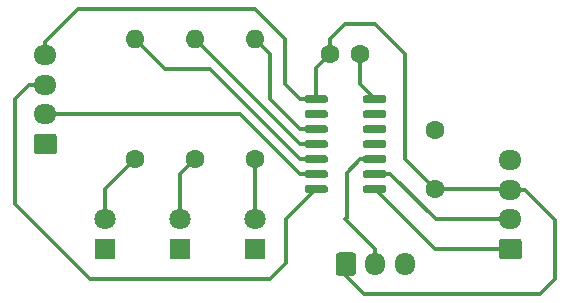
<source format=gbr>
G04 #@! TF.GenerationSoftware,KiCad,Pcbnew,(5.1.5)-3*
G04 #@! TF.CreationDate,2021-02-26T20:31:08+11:00*
G04 #@! TF.ProjectId,US_Board2,55535f42-6f61-4726-9432-2e6b69636164,rev?*
G04 #@! TF.SameCoordinates,Original*
G04 #@! TF.FileFunction,Copper,L1,Top*
G04 #@! TF.FilePolarity,Positive*
%FSLAX46Y46*%
G04 Gerber Fmt 4.6, Leading zero omitted, Abs format (unit mm)*
G04 Created by KiCad (PCBNEW (5.1.5)-3) date 2021-02-26 20:31:08*
%MOMM*%
%LPD*%
G04 APERTURE LIST*
%ADD10C,0.100000*%
%ADD11O,1.950000X1.700000*%
%ADD12C,1.600000*%
%ADD13O,1.600000X1.600000*%
%ADD14O,1.700000X1.950000*%
%ADD15R,1.800000X1.800000*%
%ADD16C,1.800000*%
%ADD17C,0.300000*%
G04 APERTURE END LIST*
G04 #@! TA.AperFunction,ComponentPad*
D10*
G36*
X164579504Y-90591204D02*
G01*
X164603773Y-90594804D01*
X164627571Y-90600765D01*
X164650671Y-90609030D01*
X164672849Y-90619520D01*
X164693893Y-90632133D01*
X164713598Y-90646747D01*
X164731777Y-90663223D01*
X164748253Y-90681402D01*
X164762867Y-90701107D01*
X164775480Y-90722151D01*
X164785970Y-90744329D01*
X164794235Y-90767429D01*
X164800196Y-90791227D01*
X164803796Y-90815496D01*
X164805000Y-90840000D01*
X164805000Y-92040000D01*
X164803796Y-92064504D01*
X164800196Y-92088773D01*
X164794235Y-92112571D01*
X164785970Y-92135671D01*
X164775480Y-92157849D01*
X164762867Y-92178893D01*
X164748253Y-92198598D01*
X164731777Y-92216777D01*
X164713598Y-92233253D01*
X164693893Y-92247867D01*
X164672849Y-92260480D01*
X164650671Y-92270970D01*
X164627571Y-92279235D01*
X164603773Y-92285196D01*
X164579504Y-92288796D01*
X164555000Y-92290000D01*
X163105000Y-92290000D01*
X163080496Y-92288796D01*
X163056227Y-92285196D01*
X163032429Y-92279235D01*
X163009329Y-92270970D01*
X162987151Y-92260480D01*
X162966107Y-92247867D01*
X162946402Y-92233253D01*
X162928223Y-92216777D01*
X162911747Y-92198598D01*
X162897133Y-92178893D01*
X162884520Y-92157849D01*
X162874030Y-92135671D01*
X162865765Y-92112571D01*
X162859804Y-92088773D01*
X162856204Y-92064504D01*
X162855000Y-92040000D01*
X162855000Y-90840000D01*
X162856204Y-90815496D01*
X162859804Y-90791227D01*
X162865765Y-90767429D01*
X162874030Y-90744329D01*
X162884520Y-90722151D01*
X162897133Y-90701107D01*
X162911747Y-90681402D01*
X162928223Y-90663223D01*
X162946402Y-90646747D01*
X162966107Y-90632133D01*
X162987151Y-90619520D01*
X163009329Y-90609030D01*
X163032429Y-90600765D01*
X163056227Y-90594804D01*
X163080496Y-90591204D01*
X163105000Y-90590000D01*
X164555000Y-90590000D01*
X164579504Y-90591204D01*
G37*
G04 #@! TD.AperFunction*
D11*
X163830000Y-88940000D03*
X163830000Y-86440000D03*
X163830000Y-83940000D03*
D12*
X137160000Y-83820000D03*
D13*
X137160000Y-73660000D03*
X142240000Y-73660000D03*
D12*
X142240000Y-83820000D03*
X132080000Y-83820000D03*
D13*
X132080000Y-73660000D03*
D12*
X157480000Y-86360000D03*
X157480000Y-81360000D03*
X148590000Y-74930000D03*
X151090000Y-74930000D03*
G04 #@! TA.AperFunction,ComponentPad*
D10*
G36*
X150524504Y-91736204D02*
G01*
X150548773Y-91739804D01*
X150572571Y-91745765D01*
X150595671Y-91754030D01*
X150617849Y-91764520D01*
X150638893Y-91777133D01*
X150658598Y-91791747D01*
X150676777Y-91808223D01*
X150693253Y-91826402D01*
X150707867Y-91846107D01*
X150720480Y-91867151D01*
X150730970Y-91889329D01*
X150739235Y-91912429D01*
X150745196Y-91936227D01*
X150748796Y-91960496D01*
X150750000Y-91985000D01*
X150750000Y-93435000D01*
X150748796Y-93459504D01*
X150745196Y-93483773D01*
X150739235Y-93507571D01*
X150730970Y-93530671D01*
X150720480Y-93552849D01*
X150707867Y-93573893D01*
X150693253Y-93593598D01*
X150676777Y-93611777D01*
X150658598Y-93628253D01*
X150638893Y-93642867D01*
X150617849Y-93655480D01*
X150595671Y-93665970D01*
X150572571Y-93674235D01*
X150548773Y-93680196D01*
X150524504Y-93683796D01*
X150500000Y-93685000D01*
X149300000Y-93685000D01*
X149275496Y-93683796D01*
X149251227Y-93680196D01*
X149227429Y-93674235D01*
X149204329Y-93665970D01*
X149182151Y-93655480D01*
X149161107Y-93642867D01*
X149141402Y-93628253D01*
X149123223Y-93611777D01*
X149106747Y-93593598D01*
X149092133Y-93573893D01*
X149079520Y-93552849D01*
X149069030Y-93530671D01*
X149060765Y-93507571D01*
X149054804Y-93483773D01*
X149051204Y-93459504D01*
X149050000Y-93435000D01*
X149050000Y-91985000D01*
X149051204Y-91960496D01*
X149054804Y-91936227D01*
X149060765Y-91912429D01*
X149069030Y-91889329D01*
X149079520Y-91867151D01*
X149092133Y-91846107D01*
X149106747Y-91826402D01*
X149123223Y-91808223D01*
X149141402Y-91791747D01*
X149161107Y-91777133D01*
X149182151Y-91764520D01*
X149204329Y-91754030D01*
X149227429Y-91745765D01*
X149251227Y-91739804D01*
X149275496Y-91736204D01*
X149300000Y-91735000D01*
X150500000Y-91735000D01*
X150524504Y-91736204D01*
G37*
G04 #@! TD.AperFunction*
D14*
X152400000Y-92710000D03*
X154900000Y-92710000D03*
D15*
X135890000Y-91440000D03*
D16*
X135890000Y-88900000D03*
D15*
X129540000Y-91440000D03*
D16*
X129540000Y-88900000D03*
X142240000Y-88900000D03*
D15*
X142240000Y-91440000D03*
G04 #@! TA.AperFunction,SMDPad,CuDef*
D10*
G36*
X148224703Y-78440722D02*
G01*
X148239264Y-78442882D01*
X148253543Y-78446459D01*
X148267403Y-78451418D01*
X148280710Y-78457712D01*
X148293336Y-78465280D01*
X148305159Y-78474048D01*
X148316066Y-78483934D01*
X148325952Y-78494841D01*
X148334720Y-78506664D01*
X148342288Y-78519290D01*
X148348582Y-78532597D01*
X148353541Y-78546457D01*
X148357118Y-78560736D01*
X148359278Y-78575297D01*
X148360000Y-78590000D01*
X148360000Y-78890000D01*
X148359278Y-78904703D01*
X148357118Y-78919264D01*
X148353541Y-78933543D01*
X148348582Y-78947403D01*
X148342288Y-78960710D01*
X148334720Y-78973336D01*
X148325952Y-78985159D01*
X148316066Y-78996066D01*
X148305159Y-79005952D01*
X148293336Y-79014720D01*
X148280710Y-79022288D01*
X148267403Y-79028582D01*
X148253543Y-79033541D01*
X148239264Y-79037118D01*
X148224703Y-79039278D01*
X148210000Y-79040000D01*
X146560000Y-79040000D01*
X146545297Y-79039278D01*
X146530736Y-79037118D01*
X146516457Y-79033541D01*
X146502597Y-79028582D01*
X146489290Y-79022288D01*
X146476664Y-79014720D01*
X146464841Y-79005952D01*
X146453934Y-78996066D01*
X146444048Y-78985159D01*
X146435280Y-78973336D01*
X146427712Y-78960710D01*
X146421418Y-78947403D01*
X146416459Y-78933543D01*
X146412882Y-78919264D01*
X146410722Y-78904703D01*
X146410000Y-78890000D01*
X146410000Y-78590000D01*
X146410722Y-78575297D01*
X146412882Y-78560736D01*
X146416459Y-78546457D01*
X146421418Y-78532597D01*
X146427712Y-78519290D01*
X146435280Y-78506664D01*
X146444048Y-78494841D01*
X146453934Y-78483934D01*
X146464841Y-78474048D01*
X146476664Y-78465280D01*
X146489290Y-78457712D01*
X146502597Y-78451418D01*
X146516457Y-78446459D01*
X146530736Y-78442882D01*
X146545297Y-78440722D01*
X146560000Y-78440000D01*
X148210000Y-78440000D01*
X148224703Y-78440722D01*
G37*
G04 #@! TD.AperFunction*
G04 #@! TA.AperFunction,SMDPad,CuDef*
G36*
X148224703Y-79710722D02*
G01*
X148239264Y-79712882D01*
X148253543Y-79716459D01*
X148267403Y-79721418D01*
X148280710Y-79727712D01*
X148293336Y-79735280D01*
X148305159Y-79744048D01*
X148316066Y-79753934D01*
X148325952Y-79764841D01*
X148334720Y-79776664D01*
X148342288Y-79789290D01*
X148348582Y-79802597D01*
X148353541Y-79816457D01*
X148357118Y-79830736D01*
X148359278Y-79845297D01*
X148360000Y-79860000D01*
X148360000Y-80160000D01*
X148359278Y-80174703D01*
X148357118Y-80189264D01*
X148353541Y-80203543D01*
X148348582Y-80217403D01*
X148342288Y-80230710D01*
X148334720Y-80243336D01*
X148325952Y-80255159D01*
X148316066Y-80266066D01*
X148305159Y-80275952D01*
X148293336Y-80284720D01*
X148280710Y-80292288D01*
X148267403Y-80298582D01*
X148253543Y-80303541D01*
X148239264Y-80307118D01*
X148224703Y-80309278D01*
X148210000Y-80310000D01*
X146560000Y-80310000D01*
X146545297Y-80309278D01*
X146530736Y-80307118D01*
X146516457Y-80303541D01*
X146502597Y-80298582D01*
X146489290Y-80292288D01*
X146476664Y-80284720D01*
X146464841Y-80275952D01*
X146453934Y-80266066D01*
X146444048Y-80255159D01*
X146435280Y-80243336D01*
X146427712Y-80230710D01*
X146421418Y-80217403D01*
X146416459Y-80203543D01*
X146412882Y-80189264D01*
X146410722Y-80174703D01*
X146410000Y-80160000D01*
X146410000Y-79860000D01*
X146410722Y-79845297D01*
X146412882Y-79830736D01*
X146416459Y-79816457D01*
X146421418Y-79802597D01*
X146427712Y-79789290D01*
X146435280Y-79776664D01*
X146444048Y-79764841D01*
X146453934Y-79753934D01*
X146464841Y-79744048D01*
X146476664Y-79735280D01*
X146489290Y-79727712D01*
X146502597Y-79721418D01*
X146516457Y-79716459D01*
X146530736Y-79712882D01*
X146545297Y-79710722D01*
X146560000Y-79710000D01*
X148210000Y-79710000D01*
X148224703Y-79710722D01*
G37*
G04 #@! TD.AperFunction*
G04 #@! TA.AperFunction,SMDPad,CuDef*
G36*
X148224703Y-80980722D02*
G01*
X148239264Y-80982882D01*
X148253543Y-80986459D01*
X148267403Y-80991418D01*
X148280710Y-80997712D01*
X148293336Y-81005280D01*
X148305159Y-81014048D01*
X148316066Y-81023934D01*
X148325952Y-81034841D01*
X148334720Y-81046664D01*
X148342288Y-81059290D01*
X148348582Y-81072597D01*
X148353541Y-81086457D01*
X148357118Y-81100736D01*
X148359278Y-81115297D01*
X148360000Y-81130000D01*
X148360000Y-81430000D01*
X148359278Y-81444703D01*
X148357118Y-81459264D01*
X148353541Y-81473543D01*
X148348582Y-81487403D01*
X148342288Y-81500710D01*
X148334720Y-81513336D01*
X148325952Y-81525159D01*
X148316066Y-81536066D01*
X148305159Y-81545952D01*
X148293336Y-81554720D01*
X148280710Y-81562288D01*
X148267403Y-81568582D01*
X148253543Y-81573541D01*
X148239264Y-81577118D01*
X148224703Y-81579278D01*
X148210000Y-81580000D01*
X146560000Y-81580000D01*
X146545297Y-81579278D01*
X146530736Y-81577118D01*
X146516457Y-81573541D01*
X146502597Y-81568582D01*
X146489290Y-81562288D01*
X146476664Y-81554720D01*
X146464841Y-81545952D01*
X146453934Y-81536066D01*
X146444048Y-81525159D01*
X146435280Y-81513336D01*
X146427712Y-81500710D01*
X146421418Y-81487403D01*
X146416459Y-81473543D01*
X146412882Y-81459264D01*
X146410722Y-81444703D01*
X146410000Y-81430000D01*
X146410000Y-81130000D01*
X146410722Y-81115297D01*
X146412882Y-81100736D01*
X146416459Y-81086457D01*
X146421418Y-81072597D01*
X146427712Y-81059290D01*
X146435280Y-81046664D01*
X146444048Y-81034841D01*
X146453934Y-81023934D01*
X146464841Y-81014048D01*
X146476664Y-81005280D01*
X146489290Y-80997712D01*
X146502597Y-80991418D01*
X146516457Y-80986459D01*
X146530736Y-80982882D01*
X146545297Y-80980722D01*
X146560000Y-80980000D01*
X148210000Y-80980000D01*
X148224703Y-80980722D01*
G37*
G04 #@! TD.AperFunction*
G04 #@! TA.AperFunction,SMDPad,CuDef*
G36*
X148224703Y-82250722D02*
G01*
X148239264Y-82252882D01*
X148253543Y-82256459D01*
X148267403Y-82261418D01*
X148280710Y-82267712D01*
X148293336Y-82275280D01*
X148305159Y-82284048D01*
X148316066Y-82293934D01*
X148325952Y-82304841D01*
X148334720Y-82316664D01*
X148342288Y-82329290D01*
X148348582Y-82342597D01*
X148353541Y-82356457D01*
X148357118Y-82370736D01*
X148359278Y-82385297D01*
X148360000Y-82400000D01*
X148360000Y-82700000D01*
X148359278Y-82714703D01*
X148357118Y-82729264D01*
X148353541Y-82743543D01*
X148348582Y-82757403D01*
X148342288Y-82770710D01*
X148334720Y-82783336D01*
X148325952Y-82795159D01*
X148316066Y-82806066D01*
X148305159Y-82815952D01*
X148293336Y-82824720D01*
X148280710Y-82832288D01*
X148267403Y-82838582D01*
X148253543Y-82843541D01*
X148239264Y-82847118D01*
X148224703Y-82849278D01*
X148210000Y-82850000D01*
X146560000Y-82850000D01*
X146545297Y-82849278D01*
X146530736Y-82847118D01*
X146516457Y-82843541D01*
X146502597Y-82838582D01*
X146489290Y-82832288D01*
X146476664Y-82824720D01*
X146464841Y-82815952D01*
X146453934Y-82806066D01*
X146444048Y-82795159D01*
X146435280Y-82783336D01*
X146427712Y-82770710D01*
X146421418Y-82757403D01*
X146416459Y-82743543D01*
X146412882Y-82729264D01*
X146410722Y-82714703D01*
X146410000Y-82700000D01*
X146410000Y-82400000D01*
X146410722Y-82385297D01*
X146412882Y-82370736D01*
X146416459Y-82356457D01*
X146421418Y-82342597D01*
X146427712Y-82329290D01*
X146435280Y-82316664D01*
X146444048Y-82304841D01*
X146453934Y-82293934D01*
X146464841Y-82284048D01*
X146476664Y-82275280D01*
X146489290Y-82267712D01*
X146502597Y-82261418D01*
X146516457Y-82256459D01*
X146530736Y-82252882D01*
X146545297Y-82250722D01*
X146560000Y-82250000D01*
X148210000Y-82250000D01*
X148224703Y-82250722D01*
G37*
G04 #@! TD.AperFunction*
G04 #@! TA.AperFunction,SMDPad,CuDef*
G36*
X148224703Y-83520722D02*
G01*
X148239264Y-83522882D01*
X148253543Y-83526459D01*
X148267403Y-83531418D01*
X148280710Y-83537712D01*
X148293336Y-83545280D01*
X148305159Y-83554048D01*
X148316066Y-83563934D01*
X148325952Y-83574841D01*
X148334720Y-83586664D01*
X148342288Y-83599290D01*
X148348582Y-83612597D01*
X148353541Y-83626457D01*
X148357118Y-83640736D01*
X148359278Y-83655297D01*
X148360000Y-83670000D01*
X148360000Y-83970000D01*
X148359278Y-83984703D01*
X148357118Y-83999264D01*
X148353541Y-84013543D01*
X148348582Y-84027403D01*
X148342288Y-84040710D01*
X148334720Y-84053336D01*
X148325952Y-84065159D01*
X148316066Y-84076066D01*
X148305159Y-84085952D01*
X148293336Y-84094720D01*
X148280710Y-84102288D01*
X148267403Y-84108582D01*
X148253543Y-84113541D01*
X148239264Y-84117118D01*
X148224703Y-84119278D01*
X148210000Y-84120000D01*
X146560000Y-84120000D01*
X146545297Y-84119278D01*
X146530736Y-84117118D01*
X146516457Y-84113541D01*
X146502597Y-84108582D01*
X146489290Y-84102288D01*
X146476664Y-84094720D01*
X146464841Y-84085952D01*
X146453934Y-84076066D01*
X146444048Y-84065159D01*
X146435280Y-84053336D01*
X146427712Y-84040710D01*
X146421418Y-84027403D01*
X146416459Y-84013543D01*
X146412882Y-83999264D01*
X146410722Y-83984703D01*
X146410000Y-83970000D01*
X146410000Y-83670000D01*
X146410722Y-83655297D01*
X146412882Y-83640736D01*
X146416459Y-83626457D01*
X146421418Y-83612597D01*
X146427712Y-83599290D01*
X146435280Y-83586664D01*
X146444048Y-83574841D01*
X146453934Y-83563934D01*
X146464841Y-83554048D01*
X146476664Y-83545280D01*
X146489290Y-83537712D01*
X146502597Y-83531418D01*
X146516457Y-83526459D01*
X146530736Y-83522882D01*
X146545297Y-83520722D01*
X146560000Y-83520000D01*
X148210000Y-83520000D01*
X148224703Y-83520722D01*
G37*
G04 #@! TD.AperFunction*
G04 #@! TA.AperFunction,SMDPad,CuDef*
G36*
X148224703Y-84790722D02*
G01*
X148239264Y-84792882D01*
X148253543Y-84796459D01*
X148267403Y-84801418D01*
X148280710Y-84807712D01*
X148293336Y-84815280D01*
X148305159Y-84824048D01*
X148316066Y-84833934D01*
X148325952Y-84844841D01*
X148334720Y-84856664D01*
X148342288Y-84869290D01*
X148348582Y-84882597D01*
X148353541Y-84896457D01*
X148357118Y-84910736D01*
X148359278Y-84925297D01*
X148360000Y-84940000D01*
X148360000Y-85240000D01*
X148359278Y-85254703D01*
X148357118Y-85269264D01*
X148353541Y-85283543D01*
X148348582Y-85297403D01*
X148342288Y-85310710D01*
X148334720Y-85323336D01*
X148325952Y-85335159D01*
X148316066Y-85346066D01*
X148305159Y-85355952D01*
X148293336Y-85364720D01*
X148280710Y-85372288D01*
X148267403Y-85378582D01*
X148253543Y-85383541D01*
X148239264Y-85387118D01*
X148224703Y-85389278D01*
X148210000Y-85390000D01*
X146560000Y-85390000D01*
X146545297Y-85389278D01*
X146530736Y-85387118D01*
X146516457Y-85383541D01*
X146502597Y-85378582D01*
X146489290Y-85372288D01*
X146476664Y-85364720D01*
X146464841Y-85355952D01*
X146453934Y-85346066D01*
X146444048Y-85335159D01*
X146435280Y-85323336D01*
X146427712Y-85310710D01*
X146421418Y-85297403D01*
X146416459Y-85283543D01*
X146412882Y-85269264D01*
X146410722Y-85254703D01*
X146410000Y-85240000D01*
X146410000Y-84940000D01*
X146410722Y-84925297D01*
X146412882Y-84910736D01*
X146416459Y-84896457D01*
X146421418Y-84882597D01*
X146427712Y-84869290D01*
X146435280Y-84856664D01*
X146444048Y-84844841D01*
X146453934Y-84833934D01*
X146464841Y-84824048D01*
X146476664Y-84815280D01*
X146489290Y-84807712D01*
X146502597Y-84801418D01*
X146516457Y-84796459D01*
X146530736Y-84792882D01*
X146545297Y-84790722D01*
X146560000Y-84790000D01*
X148210000Y-84790000D01*
X148224703Y-84790722D01*
G37*
G04 #@! TD.AperFunction*
G04 #@! TA.AperFunction,SMDPad,CuDef*
G36*
X148224703Y-86060722D02*
G01*
X148239264Y-86062882D01*
X148253543Y-86066459D01*
X148267403Y-86071418D01*
X148280710Y-86077712D01*
X148293336Y-86085280D01*
X148305159Y-86094048D01*
X148316066Y-86103934D01*
X148325952Y-86114841D01*
X148334720Y-86126664D01*
X148342288Y-86139290D01*
X148348582Y-86152597D01*
X148353541Y-86166457D01*
X148357118Y-86180736D01*
X148359278Y-86195297D01*
X148360000Y-86210000D01*
X148360000Y-86510000D01*
X148359278Y-86524703D01*
X148357118Y-86539264D01*
X148353541Y-86553543D01*
X148348582Y-86567403D01*
X148342288Y-86580710D01*
X148334720Y-86593336D01*
X148325952Y-86605159D01*
X148316066Y-86616066D01*
X148305159Y-86625952D01*
X148293336Y-86634720D01*
X148280710Y-86642288D01*
X148267403Y-86648582D01*
X148253543Y-86653541D01*
X148239264Y-86657118D01*
X148224703Y-86659278D01*
X148210000Y-86660000D01*
X146560000Y-86660000D01*
X146545297Y-86659278D01*
X146530736Y-86657118D01*
X146516457Y-86653541D01*
X146502597Y-86648582D01*
X146489290Y-86642288D01*
X146476664Y-86634720D01*
X146464841Y-86625952D01*
X146453934Y-86616066D01*
X146444048Y-86605159D01*
X146435280Y-86593336D01*
X146427712Y-86580710D01*
X146421418Y-86567403D01*
X146416459Y-86553543D01*
X146412882Y-86539264D01*
X146410722Y-86524703D01*
X146410000Y-86510000D01*
X146410000Y-86210000D01*
X146410722Y-86195297D01*
X146412882Y-86180736D01*
X146416459Y-86166457D01*
X146421418Y-86152597D01*
X146427712Y-86139290D01*
X146435280Y-86126664D01*
X146444048Y-86114841D01*
X146453934Y-86103934D01*
X146464841Y-86094048D01*
X146476664Y-86085280D01*
X146489290Y-86077712D01*
X146502597Y-86071418D01*
X146516457Y-86066459D01*
X146530736Y-86062882D01*
X146545297Y-86060722D01*
X146560000Y-86060000D01*
X148210000Y-86060000D01*
X148224703Y-86060722D01*
G37*
G04 #@! TD.AperFunction*
G04 #@! TA.AperFunction,SMDPad,CuDef*
G36*
X153174703Y-86060722D02*
G01*
X153189264Y-86062882D01*
X153203543Y-86066459D01*
X153217403Y-86071418D01*
X153230710Y-86077712D01*
X153243336Y-86085280D01*
X153255159Y-86094048D01*
X153266066Y-86103934D01*
X153275952Y-86114841D01*
X153284720Y-86126664D01*
X153292288Y-86139290D01*
X153298582Y-86152597D01*
X153303541Y-86166457D01*
X153307118Y-86180736D01*
X153309278Y-86195297D01*
X153310000Y-86210000D01*
X153310000Y-86510000D01*
X153309278Y-86524703D01*
X153307118Y-86539264D01*
X153303541Y-86553543D01*
X153298582Y-86567403D01*
X153292288Y-86580710D01*
X153284720Y-86593336D01*
X153275952Y-86605159D01*
X153266066Y-86616066D01*
X153255159Y-86625952D01*
X153243336Y-86634720D01*
X153230710Y-86642288D01*
X153217403Y-86648582D01*
X153203543Y-86653541D01*
X153189264Y-86657118D01*
X153174703Y-86659278D01*
X153160000Y-86660000D01*
X151510000Y-86660000D01*
X151495297Y-86659278D01*
X151480736Y-86657118D01*
X151466457Y-86653541D01*
X151452597Y-86648582D01*
X151439290Y-86642288D01*
X151426664Y-86634720D01*
X151414841Y-86625952D01*
X151403934Y-86616066D01*
X151394048Y-86605159D01*
X151385280Y-86593336D01*
X151377712Y-86580710D01*
X151371418Y-86567403D01*
X151366459Y-86553543D01*
X151362882Y-86539264D01*
X151360722Y-86524703D01*
X151360000Y-86510000D01*
X151360000Y-86210000D01*
X151360722Y-86195297D01*
X151362882Y-86180736D01*
X151366459Y-86166457D01*
X151371418Y-86152597D01*
X151377712Y-86139290D01*
X151385280Y-86126664D01*
X151394048Y-86114841D01*
X151403934Y-86103934D01*
X151414841Y-86094048D01*
X151426664Y-86085280D01*
X151439290Y-86077712D01*
X151452597Y-86071418D01*
X151466457Y-86066459D01*
X151480736Y-86062882D01*
X151495297Y-86060722D01*
X151510000Y-86060000D01*
X153160000Y-86060000D01*
X153174703Y-86060722D01*
G37*
G04 #@! TD.AperFunction*
G04 #@! TA.AperFunction,SMDPad,CuDef*
G36*
X153174703Y-84790722D02*
G01*
X153189264Y-84792882D01*
X153203543Y-84796459D01*
X153217403Y-84801418D01*
X153230710Y-84807712D01*
X153243336Y-84815280D01*
X153255159Y-84824048D01*
X153266066Y-84833934D01*
X153275952Y-84844841D01*
X153284720Y-84856664D01*
X153292288Y-84869290D01*
X153298582Y-84882597D01*
X153303541Y-84896457D01*
X153307118Y-84910736D01*
X153309278Y-84925297D01*
X153310000Y-84940000D01*
X153310000Y-85240000D01*
X153309278Y-85254703D01*
X153307118Y-85269264D01*
X153303541Y-85283543D01*
X153298582Y-85297403D01*
X153292288Y-85310710D01*
X153284720Y-85323336D01*
X153275952Y-85335159D01*
X153266066Y-85346066D01*
X153255159Y-85355952D01*
X153243336Y-85364720D01*
X153230710Y-85372288D01*
X153217403Y-85378582D01*
X153203543Y-85383541D01*
X153189264Y-85387118D01*
X153174703Y-85389278D01*
X153160000Y-85390000D01*
X151510000Y-85390000D01*
X151495297Y-85389278D01*
X151480736Y-85387118D01*
X151466457Y-85383541D01*
X151452597Y-85378582D01*
X151439290Y-85372288D01*
X151426664Y-85364720D01*
X151414841Y-85355952D01*
X151403934Y-85346066D01*
X151394048Y-85335159D01*
X151385280Y-85323336D01*
X151377712Y-85310710D01*
X151371418Y-85297403D01*
X151366459Y-85283543D01*
X151362882Y-85269264D01*
X151360722Y-85254703D01*
X151360000Y-85240000D01*
X151360000Y-84940000D01*
X151360722Y-84925297D01*
X151362882Y-84910736D01*
X151366459Y-84896457D01*
X151371418Y-84882597D01*
X151377712Y-84869290D01*
X151385280Y-84856664D01*
X151394048Y-84844841D01*
X151403934Y-84833934D01*
X151414841Y-84824048D01*
X151426664Y-84815280D01*
X151439290Y-84807712D01*
X151452597Y-84801418D01*
X151466457Y-84796459D01*
X151480736Y-84792882D01*
X151495297Y-84790722D01*
X151510000Y-84790000D01*
X153160000Y-84790000D01*
X153174703Y-84790722D01*
G37*
G04 #@! TD.AperFunction*
G04 #@! TA.AperFunction,SMDPad,CuDef*
G36*
X153174703Y-83520722D02*
G01*
X153189264Y-83522882D01*
X153203543Y-83526459D01*
X153217403Y-83531418D01*
X153230710Y-83537712D01*
X153243336Y-83545280D01*
X153255159Y-83554048D01*
X153266066Y-83563934D01*
X153275952Y-83574841D01*
X153284720Y-83586664D01*
X153292288Y-83599290D01*
X153298582Y-83612597D01*
X153303541Y-83626457D01*
X153307118Y-83640736D01*
X153309278Y-83655297D01*
X153310000Y-83670000D01*
X153310000Y-83970000D01*
X153309278Y-83984703D01*
X153307118Y-83999264D01*
X153303541Y-84013543D01*
X153298582Y-84027403D01*
X153292288Y-84040710D01*
X153284720Y-84053336D01*
X153275952Y-84065159D01*
X153266066Y-84076066D01*
X153255159Y-84085952D01*
X153243336Y-84094720D01*
X153230710Y-84102288D01*
X153217403Y-84108582D01*
X153203543Y-84113541D01*
X153189264Y-84117118D01*
X153174703Y-84119278D01*
X153160000Y-84120000D01*
X151510000Y-84120000D01*
X151495297Y-84119278D01*
X151480736Y-84117118D01*
X151466457Y-84113541D01*
X151452597Y-84108582D01*
X151439290Y-84102288D01*
X151426664Y-84094720D01*
X151414841Y-84085952D01*
X151403934Y-84076066D01*
X151394048Y-84065159D01*
X151385280Y-84053336D01*
X151377712Y-84040710D01*
X151371418Y-84027403D01*
X151366459Y-84013543D01*
X151362882Y-83999264D01*
X151360722Y-83984703D01*
X151360000Y-83970000D01*
X151360000Y-83670000D01*
X151360722Y-83655297D01*
X151362882Y-83640736D01*
X151366459Y-83626457D01*
X151371418Y-83612597D01*
X151377712Y-83599290D01*
X151385280Y-83586664D01*
X151394048Y-83574841D01*
X151403934Y-83563934D01*
X151414841Y-83554048D01*
X151426664Y-83545280D01*
X151439290Y-83537712D01*
X151452597Y-83531418D01*
X151466457Y-83526459D01*
X151480736Y-83522882D01*
X151495297Y-83520722D01*
X151510000Y-83520000D01*
X153160000Y-83520000D01*
X153174703Y-83520722D01*
G37*
G04 #@! TD.AperFunction*
G04 #@! TA.AperFunction,SMDPad,CuDef*
G36*
X153174703Y-82250722D02*
G01*
X153189264Y-82252882D01*
X153203543Y-82256459D01*
X153217403Y-82261418D01*
X153230710Y-82267712D01*
X153243336Y-82275280D01*
X153255159Y-82284048D01*
X153266066Y-82293934D01*
X153275952Y-82304841D01*
X153284720Y-82316664D01*
X153292288Y-82329290D01*
X153298582Y-82342597D01*
X153303541Y-82356457D01*
X153307118Y-82370736D01*
X153309278Y-82385297D01*
X153310000Y-82400000D01*
X153310000Y-82700000D01*
X153309278Y-82714703D01*
X153307118Y-82729264D01*
X153303541Y-82743543D01*
X153298582Y-82757403D01*
X153292288Y-82770710D01*
X153284720Y-82783336D01*
X153275952Y-82795159D01*
X153266066Y-82806066D01*
X153255159Y-82815952D01*
X153243336Y-82824720D01*
X153230710Y-82832288D01*
X153217403Y-82838582D01*
X153203543Y-82843541D01*
X153189264Y-82847118D01*
X153174703Y-82849278D01*
X153160000Y-82850000D01*
X151510000Y-82850000D01*
X151495297Y-82849278D01*
X151480736Y-82847118D01*
X151466457Y-82843541D01*
X151452597Y-82838582D01*
X151439290Y-82832288D01*
X151426664Y-82824720D01*
X151414841Y-82815952D01*
X151403934Y-82806066D01*
X151394048Y-82795159D01*
X151385280Y-82783336D01*
X151377712Y-82770710D01*
X151371418Y-82757403D01*
X151366459Y-82743543D01*
X151362882Y-82729264D01*
X151360722Y-82714703D01*
X151360000Y-82700000D01*
X151360000Y-82400000D01*
X151360722Y-82385297D01*
X151362882Y-82370736D01*
X151366459Y-82356457D01*
X151371418Y-82342597D01*
X151377712Y-82329290D01*
X151385280Y-82316664D01*
X151394048Y-82304841D01*
X151403934Y-82293934D01*
X151414841Y-82284048D01*
X151426664Y-82275280D01*
X151439290Y-82267712D01*
X151452597Y-82261418D01*
X151466457Y-82256459D01*
X151480736Y-82252882D01*
X151495297Y-82250722D01*
X151510000Y-82250000D01*
X153160000Y-82250000D01*
X153174703Y-82250722D01*
G37*
G04 #@! TD.AperFunction*
G04 #@! TA.AperFunction,SMDPad,CuDef*
G36*
X153174703Y-80980722D02*
G01*
X153189264Y-80982882D01*
X153203543Y-80986459D01*
X153217403Y-80991418D01*
X153230710Y-80997712D01*
X153243336Y-81005280D01*
X153255159Y-81014048D01*
X153266066Y-81023934D01*
X153275952Y-81034841D01*
X153284720Y-81046664D01*
X153292288Y-81059290D01*
X153298582Y-81072597D01*
X153303541Y-81086457D01*
X153307118Y-81100736D01*
X153309278Y-81115297D01*
X153310000Y-81130000D01*
X153310000Y-81430000D01*
X153309278Y-81444703D01*
X153307118Y-81459264D01*
X153303541Y-81473543D01*
X153298582Y-81487403D01*
X153292288Y-81500710D01*
X153284720Y-81513336D01*
X153275952Y-81525159D01*
X153266066Y-81536066D01*
X153255159Y-81545952D01*
X153243336Y-81554720D01*
X153230710Y-81562288D01*
X153217403Y-81568582D01*
X153203543Y-81573541D01*
X153189264Y-81577118D01*
X153174703Y-81579278D01*
X153160000Y-81580000D01*
X151510000Y-81580000D01*
X151495297Y-81579278D01*
X151480736Y-81577118D01*
X151466457Y-81573541D01*
X151452597Y-81568582D01*
X151439290Y-81562288D01*
X151426664Y-81554720D01*
X151414841Y-81545952D01*
X151403934Y-81536066D01*
X151394048Y-81525159D01*
X151385280Y-81513336D01*
X151377712Y-81500710D01*
X151371418Y-81487403D01*
X151366459Y-81473543D01*
X151362882Y-81459264D01*
X151360722Y-81444703D01*
X151360000Y-81430000D01*
X151360000Y-81130000D01*
X151360722Y-81115297D01*
X151362882Y-81100736D01*
X151366459Y-81086457D01*
X151371418Y-81072597D01*
X151377712Y-81059290D01*
X151385280Y-81046664D01*
X151394048Y-81034841D01*
X151403934Y-81023934D01*
X151414841Y-81014048D01*
X151426664Y-81005280D01*
X151439290Y-80997712D01*
X151452597Y-80991418D01*
X151466457Y-80986459D01*
X151480736Y-80982882D01*
X151495297Y-80980722D01*
X151510000Y-80980000D01*
X153160000Y-80980000D01*
X153174703Y-80980722D01*
G37*
G04 #@! TD.AperFunction*
G04 #@! TA.AperFunction,SMDPad,CuDef*
G36*
X153174703Y-79710722D02*
G01*
X153189264Y-79712882D01*
X153203543Y-79716459D01*
X153217403Y-79721418D01*
X153230710Y-79727712D01*
X153243336Y-79735280D01*
X153255159Y-79744048D01*
X153266066Y-79753934D01*
X153275952Y-79764841D01*
X153284720Y-79776664D01*
X153292288Y-79789290D01*
X153298582Y-79802597D01*
X153303541Y-79816457D01*
X153307118Y-79830736D01*
X153309278Y-79845297D01*
X153310000Y-79860000D01*
X153310000Y-80160000D01*
X153309278Y-80174703D01*
X153307118Y-80189264D01*
X153303541Y-80203543D01*
X153298582Y-80217403D01*
X153292288Y-80230710D01*
X153284720Y-80243336D01*
X153275952Y-80255159D01*
X153266066Y-80266066D01*
X153255159Y-80275952D01*
X153243336Y-80284720D01*
X153230710Y-80292288D01*
X153217403Y-80298582D01*
X153203543Y-80303541D01*
X153189264Y-80307118D01*
X153174703Y-80309278D01*
X153160000Y-80310000D01*
X151510000Y-80310000D01*
X151495297Y-80309278D01*
X151480736Y-80307118D01*
X151466457Y-80303541D01*
X151452597Y-80298582D01*
X151439290Y-80292288D01*
X151426664Y-80284720D01*
X151414841Y-80275952D01*
X151403934Y-80266066D01*
X151394048Y-80255159D01*
X151385280Y-80243336D01*
X151377712Y-80230710D01*
X151371418Y-80217403D01*
X151366459Y-80203543D01*
X151362882Y-80189264D01*
X151360722Y-80174703D01*
X151360000Y-80160000D01*
X151360000Y-79860000D01*
X151360722Y-79845297D01*
X151362882Y-79830736D01*
X151366459Y-79816457D01*
X151371418Y-79802597D01*
X151377712Y-79789290D01*
X151385280Y-79776664D01*
X151394048Y-79764841D01*
X151403934Y-79753934D01*
X151414841Y-79744048D01*
X151426664Y-79735280D01*
X151439290Y-79727712D01*
X151452597Y-79721418D01*
X151466457Y-79716459D01*
X151480736Y-79712882D01*
X151495297Y-79710722D01*
X151510000Y-79710000D01*
X153160000Y-79710000D01*
X153174703Y-79710722D01*
G37*
G04 #@! TD.AperFunction*
G04 #@! TA.AperFunction,SMDPad,CuDef*
G36*
X153174703Y-78440722D02*
G01*
X153189264Y-78442882D01*
X153203543Y-78446459D01*
X153217403Y-78451418D01*
X153230710Y-78457712D01*
X153243336Y-78465280D01*
X153255159Y-78474048D01*
X153266066Y-78483934D01*
X153275952Y-78494841D01*
X153284720Y-78506664D01*
X153292288Y-78519290D01*
X153298582Y-78532597D01*
X153303541Y-78546457D01*
X153307118Y-78560736D01*
X153309278Y-78575297D01*
X153310000Y-78590000D01*
X153310000Y-78890000D01*
X153309278Y-78904703D01*
X153307118Y-78919264D01*
X153303541Y-78933543D01*
X153298582Y-78947403D01*
X153292288Y-78960710D01*
X153284720Y-78973336D01*
X153275952Y-78985159D01*
X153266066Y-78996066D01*
X153255159Y-79005952D01*
X153243336Y-79014720D01*
X153230710Y-79022288D01*
X153217403Y-79028582D01*
X153203543Y-79033541D01*
X153189264Y-79037118D01*
X153174703Y-79039278D01*
X153160000Y-79040000D01*
X151510000Y-79040000D01*
X151495297Y-79039278D01*
X151480736Y-79037118D01*
X151466457Y-79033541D01*
X151452597Y-79028582D01*
X151439290Y-79022288D01*
X151426664Y-79014720D01*
X151414841Y-79005952D01*
X151403934Y-78996066D01*
X151394048Y-78985159D01*
X151385280Y-78973336D01*
X151377712Y-78960710D01*
X151371418Y-78947403D01*
X151366459Y-78933543D01*
X151362882Y-78919264D01*
X151360722Y-78904703D01*
X151360000Y-78890000D01*
X151360000Y-78590000D01*
X151360722Y-78575297D01*
X151362882Y-78560736D01*
X151366459Y-78546457D01*
X151371418Y-78532597D01*
X151377712Y-78519290D01*
X151385280Y-78506664D01*
X151394048Y-78494841D01*
X151403934Y-78483934D01*
X151414841Y-78474048D01*
X151426664Y-78465280D01*
X151439290Y-78457712D01*
X151452597Y-78451418D01*
X151466457Y-78446459D01*
X151480736Y-78442882D01*
X151495297Y-78440722D01*
X151510000Y-78440000D01*
X153160000Y-78440000D01*
X153174703Y-78440722D01*
G37*
G04 #@! TD.AperFunction*
D11*
X124460000Y-75050000D03*
X124460000Y-77550000D03*
X124460000Y-80050000D03*
G04 #@! TA.AperFunction,ComponentPad*
D10*
G36*
X125209504Y-81701204D02*
G01*
X125233773Y-81704804D01*
X125257571Y-81710765D01*
X125280671Y-81719030D01*
X125302849Y-81729520D01*
X125323893Y-81742133D01*
X125343598Y-81756747D01*
X125361777Y-81773223D01*
X125378253Y-81791402D01*
X125392867Y-81811107D01*
X125405480Y-81832151D01*
X125415970Y-81854329D01*
X125424235Y-81877429D01*
X125430196Y-81901227D01*
X125433796Y-81925496D01*
X125435000Y-81950000D01*
X125435000Y-83150000D01*
X125433796Y-83174504D01*
X125430196Y-83198773D01*
X125424235Y-83222571D01*
X125415970Y-83245671D01*
X125405480Y-83267849D01*
X125392867Y-83288893D01*
X125378253Y-83308598D01*
X125361777Y-83326777D01*
X125343598Y-83343253D01*
X125323893Y-83357867D01*
X125302849Y-83370480D01*
X125280671Y-83380970D01*
X125257571Y-83389235D01*
X125233773Y-83395196D01*
X125209504Y-83398796D01*
X125185000Y-83400000D01*
X123735000Y-83400000D01*
X123710496Y-83398796D01*
X123686227Y-83395196D01*
X123662429Y-83389235D01*
X123639329Y-83380970D01*
X123617151Y-83370480D01*
X123596107Y-83357867D01*
X123576402Y-83343253D01*
X123558223Y-83326777D01*
X123541747Y-83308598D01*
X123527133Y-83288893D01*
X123514520Y-83267849D01*
X123504030Y-83245671D01*
X123495765Y-83222571D01*
X123489804Y-83198773D01*
X123486204Y-83174504D01*
X123485000Y-83150000D01*
X123485000Y-81950000D01*
X123486204Y-81925496D01*
X123489804Y-81901227D01*
X123495765Y-81877429D01*
X123504030Y-81854329D01*
X123514520Y-81832151D01*
X123527133Y-81811107D01*
X123541747Y-81791402D01*
X123558223Y-81773223D01*
X123576402Y-81756747D01*
X123596107Y-81742133D01*
X123617151Y-81729520D01*
X123639329Y-81719030D01*
X123662429Y-81710765D01*
X123686227Y-81704804D01*
X123710496Y-81701204D01*
X123735000Y-81700000D01*
X125185000Y-81700000D01*
X125209504Y-81701204D01*
G37*
G04 #@! TD.AperFunction*
D17*
X135890000Y-85090000D02*
X137160000Y-83820000D01*
X135890000Y-88900000D02*
X135890000Y-85090000D01*
X142240000Y-78740000D02*
X137160000Y-73660000D01*
X147385000Y-82550000D02*
X146050000Y-82550000D01*
X146050000Y-82550000D02*
X142240000Y-78740000D01*
X143510000Y-74930000D02*
X142240000Y-73660000D01*
X147385000Y-81280000D02*
X146050000Y-81280000D01*
X146050000Y-81280000D02*
X144780000Y-80010000D01*
X144780000Y-80010000D02*
X143510000Y-78740000D01*
X143510000Y-78740000D02*
X143510000Y-74930000D01*
X142240000Y-88900000D02*
X142240000Y-83820000D01*
X152335000Y-86360000D02*
X157415000Y-91440000D01*
X157415000Y-91440000D02*
X163830000Y-91440000D01*
X157520000Y-88940000D02*
X163830000Y-88940000D01*
X152335000Y-85090000D02*
X153670000Y-85090000D01*
X153670000Y-85090000D02*
X157520000Y-88940000D01*
X151090000Y-77495000D02*
X152335000Y-78740000D01*
X151090000Y-74930000D02*
X151090000Y-77495000D01*
X124460000Y-73900000D02*
X127240000Y-71120000D01*
X124460000Y-75050000D02*
X124460000Y-73900000D01*
X127240000Y-71120000D02*
X142240000Y-71120000D01*
X142240000Y-71120000D02*
X144780000Y-73660000D01*
X144780000Y-73660000D02*
X144780000Y-77470000D01*
X144780000Y-77470000D02*
X146050000Y-78740000D01*
X146050000Y-78740000D02*
X147385000Y-78740000D01*
X147385000Y-76135000D02*
X148590000Y-74930000D01*
X147385000Y-78740000D02*
X147385000Y-76135000D01*
X154940000Y-83820000D02*
X157480000Y-86360000D01*
X148590000Y-74930000D02*
X148590000Y-73660000D01*
X149860000Y-72390000D02*
X152400000Y-72390000D01*
X152400000Y-72390000D02*
X154940000Y-74930000D01*
X148590000Y-73660000D02*
X149860000Y-72390000D01*
X154940000Y-74930000D02*
X154940000Y-83820000D01*
X163750000Y-86360000D02*
X163830000Y-86440000D01*
X157480000Y-86360000D02*
X163750000Y-86360000D01*
X165105000Y-86440000D02*
X163830000Y-86440000D01*
X167640000Y-88975000D02*
X165105000Y-86440000D01*
X149900000Y-93685000D02*
X151465000Y-95250000D01*
X149900000Y-92710000D02*
X149900000Y-93685000D01*
X151465000Y-95250000D02*
X166370000Y-95250000D01*
X166370000Y-95250000D02*
X167640000Y-93980000D01*
X167640000Y-93980000D02*
X167640000Y-88975000D01*
X147385000Y-85090000D02*
X146050000Y-85090000D01*
X146050000Y-85090000D02*
X140970000Y-80010000D01*
X140930000Y-80050000D02*
X124460000Y-80050000D01*
X140970000Y-80010000D02*
X140930000Y-80050000D01*
X129540000Y-86360000D02*
X132080000Y-83820000D01*
X129540000Y-88900000D02*
X129540000Y-86360000D01*
X147385000Y-83820000D02*
X146050000Y-83820000D01*
X146050000Y-83820000D02*
X138430000Y-76200000D01*
X138430000Y-76200000D02*
X134620000Y-76200000D01*
X134620000Y-76200000D02*
X132080000Y-73660000D01*
X147385000Y-86360000D02*
X144845000Y-88900000D01*
X144845000Y-88900000D02*
X144845000Y-92645000D01*
X144845000Y-92645000D02*
X143510000Y-93980000D01*
X143510000Y-93980000D02*
X128270000Y-93980000D01*
X128270000Y-93980000D02*
X121920000Y-87630000D01*
X121920000Y-87630000D02*
X121920000Y-78740000D01*
X123110000Y-77550000D02*
X124460000Y-77550000D01*
X121920000Y-78740000D02*
X123110000Y-77550000D01*
X152400000Y-92710000D02*
X152400000Y-91440000D01*
X151130000Y-83820000D02*
X152335000Y-83820000D01*
X149987000Y-88773000D02*
X149860000Y-88900000D01*
X149987000Y-84963000D02*
X149987000Y-88773000D01*
X149987000Y-84963000D02*
X151130000Y-83820000D01*
X152400000Y-91440000D02*
X149860000Y-88900000D01*
M02*

</source>
